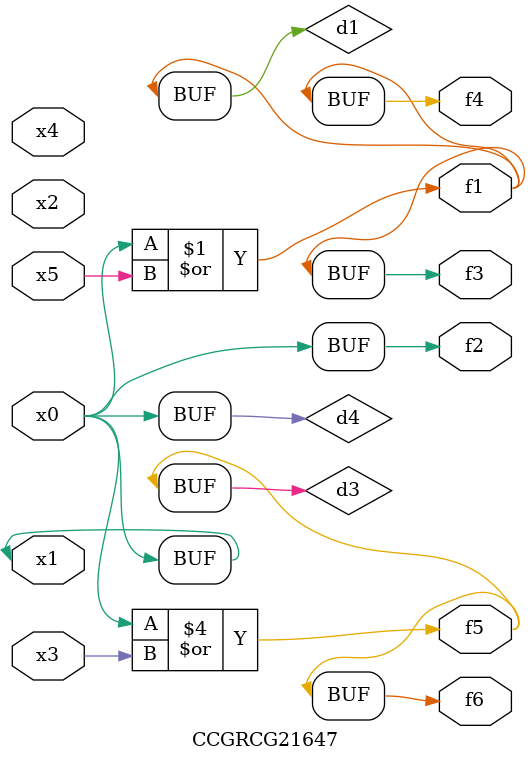
<source format=v>
module CCGRCG21647(
	input x0, x1, x2, x3, x4, x5,
	output f1, f2, f3, f4, f5, f6
);

	wire d1, d2, d3, d4;

	or (d1, x0, x5);
	xnor (d2, x1, x4);
	or (d3, x0, x3);
	buf (d4, x0, x1);
	assign f1 = d1;
	assign f2 = d4;
	assign f3 = d1;
	assign f4 = d1;
	assign f5 = d3;
	assign f6 = d3;
endmodule

</source>
